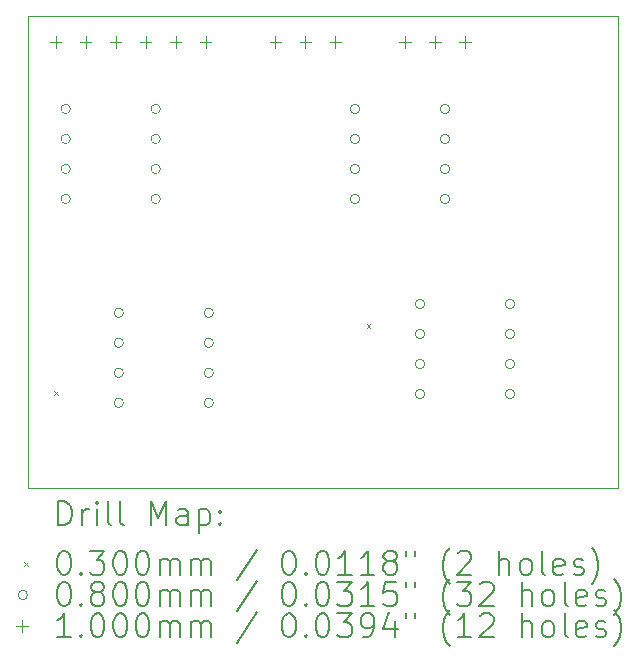
<source format=gbr>
%TF.GenerationSoftware,KiCad,Pcbnew,8.0.6*%
%TF.CreationDate,2024-11-22T18:40:11+01:00*%
%TF.ProjectId,+-10v dac,2b2d3130-7620-4646-9163-2e6b69636164,rev?*%
%TF.SameCoordinates,Original*%
%TF.FileFunction,Drillmap*%
%TF.FilePolarity,Positive*%
%FSLAX45Y45*%
G04 Gerber Fmt 4.5, Leading zero omitted, Abs format (unit mm)*
G04 Created by KiCad (PCBNEW 8.0.6) date 2024-11-22 18:40:11*
%MOMM*%
%LPD*%
G01*
G04 APERTURE LIST*
%ADD10C,0.050000*%
%ADD11C,0.200000*%
%ADD12C,0.100000*%
G04 APERTURE END LIST*
D10*
X10350000Y-6979000D02*
X15350000Y-6979000D01*
X15350000Y-10979000D01*
X10350000Y-10979000D01*
X10350000Y-6979000D01*
D11*
D12*
X10574680Y-10160490D02*
X10604680Y-10190490D01*
X10604680Y-10160490D02*
X10574680Y-10190490D01*
X13217980Y-9594080D02*
X13247980Y-9624080D01*
X13247980Y-9594080D02*
X13217980Y-9624080D01*
X10710000Y-7770000D02*
G75*
G02*
X10630000Y-7770000I-40000J0D01*
G01*
X10630000Y-7770000D02*
G75*
G02*
X10710000Y-7770000I40000J0D01*
G01*
X10710000Y-8024000D02*
G75*
G02*
X10630000Y-8024000I-40000J0D01*
G01*
X10630000Y-8024000D02*
G75*
G02*
X10710000Y-8024000I40000J0D01*
G01*
X10710000Y-8278000D02*
G75*
G02*
X10630000Y-8278000I-40000J0D01*
G01*
X10630000Y-8278000D02*
G75*
G02*
X10710000Y-8278000I40000J0D01*
G01*
X10710000Y-8532000D02*
G75*
G02*
X10630000Y-8532000I-40000J0D01*
G01*
X10630000Y-8532000D02*
G75*
G02*
X10710000Y-8532000I40000J0D01*
G01*
X11160000Y-9496000D02*
G75*
G02*
X11080000Y-9496000I-40000J0D01*
G01*
X11080000Y-9496000D02*
G75*
G02*
X11160000Y-9496000I40000J0D01*
G01*
X11160000Y-9750000D02*
G75*
G02*
X11080000Y-9750000I-40000J0D01*
G01*
X11080000Y-9750000D02*
G75*
G02*
X11160000Y-9750000I40000J0D01*
G01*
X11160000Y-10004000D02*
G75*
G02*
X11080000Y-10004000I-40000J0D01*
G01*
X11080000Y-10004000D02*
G75*
G02*
X11160000Y-10004000I40000J0D01*
G01*
X11160000Y-10258000D02*
G75*
G02*
X11080000Y-10258000I-40000J0D01*
G01*
X11080000Y-10258000D02*
G75*
G02*
X11160000Y-10258000I40000J0D01*
G01*
X11472000Y-7770000D02*
G75*
G02*
X11392000Y-7770000I-40000J0D01*
G01*
X11392000Y-7770000D02*
G75*
G02*
X11472000Y-7770000I40000J0D01*
G01*
X11472000Y-8024000D02*
G75*
G02*
X11392000Y-8024000I-40000J0D01*
G01*
X11392000Y-8024000D02*
G75*
G02*
X11472000Y-8024000I40000J0D01*
G01*
X11472000Y-8278000D02*
G75*
G02*
X11392000Y-8278000I-40000J0D01*
G01*
X11392000Y-8278000D02*
G75*
G02*
X11472000Y-8278000I40000J0D01*
G01*
X11472000Y-8532000D02*
G75*
G02*
X11392000Y-8532000I-40000J0D01*
G01*
X11392000Y-8532000D02*
G75*
G02*
X11472000Y-8532000I40000J0D01*
G01*
X11922000Y-9496000D02*
G75*
G02*
X11842000Y-9496000I-40000J0D01*
G01*
X11842000Y-9496000D02*
G75*
G02*
X11922000Y-9496000I40000J0D01*
G01*
X11922000Y-9750000D02*
G75*
G02*
X11842000Y-9750000I-40000J0D01*
G01*
X11842000Y-9750000D02*
G75*
G02*
X11922000Y-9750000I40000J0D01*
G01*
X11922000Y-10004000D02*
G75*
G02*
X11842000Y-10004000I-40000J0D01*
G01*
X11842000Y-10004000D02*
G75*
G02*
X11922000Y-10004000I40000J0D01*
G01*
X11922000Y-10258000D02*
G75*
G02*
X11842000Y-10258000I-40000J0D01*
G01*
X11842000Y-10258000D02*
G75*
G02*
X11922000Y-10258000I40000J0D01*
G01*
X13160000Y-7770000D02*
G75*
G02*
X13080000Y-7770000I-40000J0D01*
G01*
X13080000Y-7770000D02*
G75*
G02*
X13160000Y-7770000I40000J0D01*
G01*
X13160000Y-8024000D02*
G75*
G02*
X13080000Y-8024000I-40000J0D01*
G01*
X13080000Y-8024000D02*
G75*
G02*
X13160000Y-8024000I40000J0D01*
G01*
X13160000Y-8278000D02*
G75*
G02*
X13080000Y-8278000I-40000J0D01*
G01*
X13080000Y-8278000D02*
G75*
G02*
X13160000Y-8278000I40000J0D01*
G01*
X13160000Y-8532000D02*
G75*
G02*
X13080000Y-8532000I-40000J0D01*
G01*
X13080000Y-8532000D02*
G75*
G02*
X13160000Y-8532000I40000J0D01*
G01*
X13710000Y-9420000D02*
G75*
G02*
X13630000Y-9420000I-40000J0D01*
G01*
X13630000Y-9420000D02*
G75*
G02*
X13710000Y-9420000I40000J0D01*
G01*
X13710000Y-9674000D02*
G75*
G02*
X13630000Y-9674000I-40000J0D01*
G01*
X13630000Y-9674000D02*
G75*
G02*
X13710000Y-9674000I40000J0D01*
G01*
X13710000Y-9928000D02*
G75*
G02*
X13630000Y-9928000I-40000J0D01*
G01*
X13630000Y-9928000D02*
G75*
G02*
X13710000Y-9928000I40000J0D01*
G01*
X13710000Y-10182000D02*
G75*
G02*
X13630000Y-10182000I-40000J0D01*
G01*
X13630000Y-10182000D02*
G75*
G02*
X13710000Y-10182000I40000J0D01*
G01*
X13922000Y-7770000D02*
G75*
G02*
X13842000Y-7770000I-40000J0D01*
G01*
X13842000Y-7770000D02*
G75*
G02*
X13922000Y-7770000I40000J0D01*
G01*
X13922000Y-8024000D02*
G75*
G02*
X13842000Y-8024000I-40000J0D01*
G01*
X13842000Y-8024000D02*
G75*
G02*
X13922000Y-8024000I40000J0D01*
G01*
X13922000Y-8278000D02*
G75*
G02*
X13842000Y-8278000I-40000J0D01*
G01*
X13842000Y-8278000D02*
G75*
G02*
X13922000Y-8278000I40000J0D01*
G01*
X13922000Y-8532000D02*
G75*
G02*
X13842000Y-8532000I-40000J0D01*
G01*
X13842000Y-8532000D02*
G75*
G02*
X13922000Y-8532000I40000J0D01*
G01*
X14472000Y-9420000D02*
G75*
G02*
X14392000Y-9420000I-40000J0D01*
G01*
X14392000Y-9420000D02*
G75*
G02*
X14472000Y-9420000I40000J0D01*
G01*
X14472000Y-9674000D02*
G75*
G02*
X14392000Y-9674000I-40000J0D01*
G01*
X14392000Y-9674000D02*
G75*
G02*
X14472000Y-9674000I40000J0D01*
G01*
X14472000Y-9928000D02*
G75*
G02*
X14392000Y-9928000I-40000J0D01*
G01*
X14392000Y-9928000D02*
G75*
G02*
X14472000Y-9928000I40000J0D01*
G01*
X14472000Y-10182000D02*
G75*
G02*
X14392000Y-10182000I-40000J0D01*
G01*
X14392000Y-10182000D02*
G75*
G02*
X14472000Y-10182000I40000J0D01*
G01*
X10584000Y-7150000D02*
X10584000Y-7250000D01*
X10534000Y-7200000D02*
X10634000Y-7200000D01*
X10838000Y-7150000D02*
X10838000Y-7250000D01*
X10788000Y-7200000D02*
X10888000Y-7200000D01*
X11092000Y-7150000D02*
X11092000Y-7250000D01*
X11042000Y-7200000D02*
X11142000Y-7200000D01*
X11346000Y-7150000D02*
X11346000Y-7250000D01*
X11296000Y-7200000D02*
X11396000Y-7200000D01*
X11600000Y-7150000D02*
X11600000Y-7250000D01*
X11550000Y-7200000D02*
X11650000Y-7200000D01*
X11854000Y-7150000D02*
X11854000Y-7250000D01*
X11804000Y-7200000D02*
X11904000Y-7200000D01*
X12446000Y-7150000D02*
X12446000Y-7250000D01*
X12396000Y-7200000D02*
X12496000Y-7200000D01*
X12700000Y-7150000D02*
X12700000Y-7250000D01*
X12650000Y-7200000D02*
X12750000Y-7200000D01*
X12954000Y-7150000D02*
X12954000Y-7250000D01*
X12904000Y-7200000D02*
X13004000Y-7200000D01*
X13542000Y-7150000D02*
X13542000Y-7250000D01*
X13492000Y-7200000D02*
X13592000Y-7200000D01*
X13796000Y-7150000D02*
X13796000Y-7250000D01*
X13746000Y-7200000D02*
X13846000Y-7200000D01*
X14050000Y-7150000D02*
X14050000Y-7250000D01*
X14000000Y-7200000D02*
X14100000Y-7200000D01*
D11*
X10608277Y-11292984D02*
X10608277Y-11092984D01*
X10608277Y-11092984D02*
X10655896Y-11092984D01*
X10655896Y-11092984D02*
X10684467Y-11102508D01*
X10684467Y-11102508D02*
X10703515Y-11121555D01*
X10703515Y-11121555D02*
X10713039Y-11140603D01*
X10713039Y-11140603D02*
X10722563Y-11178698D01*
X10722563Y-11178698D02*
X10722563Y-11207269D01*
X10722563Y-11207269D02*
X10713039Y-11245365D01*
X10713039Y-11245365D02*
X10703515Y-11264412D01*
X10703515Y-11264412D02*
X10684467Y-11283460D01*
X10684467Y-11283460D02*
X10655896Y-11292984D01*
X10655896Y-11292984D02*
X10608277Y-11292984D01*
X10808277Y-11292984D02*
X10808277Y-11159650D01*
X10808277Y-11197746D02*
X10817801Y-11178698D01*
X10817801Y-11178698D02*
X10827324Y-11169174D01*
X10827324Y-11169174D02*
X10846372Y-11159650D01*
X10846372Y-11159650D02*
X10865420Y-11159650D01*
X10932086Y-11292984D02*
X10932086Y-11159650D01*
X10932086Y-11092984D02*
X10922563Y-11102508D01*
X10922563Y-11102508D02*
X10932086Y-11112031D01*
X10932086Y-11112031D02*
X10941610Y-11102508D01*
X10941610Y-11102508D02*
X10932086Y-11092984D01*
X10932086Y-11092984D02*
X10932086Y-11112031D01*
X11055896Y-11292984D02*
X11036848Y-11283460D01*
X11036848Y-11283460D02*
X11027324Y-11264412D01*
X11027324Y-11264412D02*
X11027324Y-11092984D01*
X11160658Y-11292984D02*
X11141610Y-11283460D01*
X11141610Y-11283460D02*
X11132086Y-11264412D01*
X11132086Y-11264412D02*
X11132086Y-11092984D01*
X11389229Y-11292984D02*
X11389229Y-11092984D01*
X11389229Y-11092984D02*
X11455896Y-11235841D01*
X11455896Y-11235841D02*
X11522562Y-11092984D01*
X11522562Y-11092984D02*
X11522562Y-11292984D01*
X11703515Y-11292984D02*
X11703515Y-11188222D01*
X11703515Y-11188222D02*
X11693991Y-11169174D01*
X11693991Y-11169174D02*
X11674943Y-11159650D01*
X11674943Y-11159650D02*
X11636848Y-11159650D01*
X11636848Y-11159650D02*
X11617801Y-11169174D01*
X11703515Y-11283460D02*
X11684467Y-11292984D01*
X11684467Y-11292984D02*
X11636848Y-11292984D01*
X11636848Y-11292984D02*
X11617801Y-11283460D01*
X11617801Y-11283460D02*
X11608277Y-11264412D01*
X11608277Y-11264412D02*
X11608277Y-11245365D01*
X11608277Y-11245365D02*
X11617801Y-11226317D01*
X11617801Y-11226317D02*
X11636848Y-11216793D01*
X11636848Y-11216793D02*
X11684467Y-11216793D01*
X11684467Y-11216793D02*
X11703515Y-11207269D01*
X11798753Y-11159650D02*
X11798753Y-11359650D01*
X11798753Y-11169174D02*
X11817801Y-11159650D01*
X11817801Y-11159650D02*
X11855896Y-11159650D01*
X11855896Y-11159650D02*
X11874943Y-11169174D01*
X11874943Y-11169174D02*
X11884467Y-11178698D01*
X11884467Y-11178698D02*
X11893991Y-11197746D01*
X11893991Y-11197746D02*
X11893991Y-11254888D01*
X11893991Y-11254888D02*
X11884467Y-11273936D01*
X11884467Y-11273936D02*
X11874943Y-11283460D01*
X11874943Y-11283460D02*
X11855896Y-11292984D01*
X11855896Y-11292984D02*
X11817801Y-11292984D01*
X11817801Y-11292984D02*
X11798753Y-11283460D01*
X11979705Y-11273936D02*
X11989229Y-11283460D01*
X11989229Y-11283460D02*
X11979705Y-11292984D01*
X11979705Y-11292984D02*
X11970182Y-11283460D01*
X11970182Y-11283460D02*
X11979705Y-11273936D01*
X11979705Y-11273936D02*
X11979705Y-11292984D01*
X11979705Y-11169174D02*
X11989229Y-11178698D01*
X11989229Y-11178698D02*
X11979705Y-11188222D01*
X11979705Y-11188222D02*
X11970182Y-11178698D01*
X11970182Y-11178698D02*
X11979705Y-11169174D01*
X11979705Y-11169174D02*
X11979705Y-11188222D01*
D12*
X10317500Y-11606500D02*
X10347500Y-11636500D01*
X10347500Y-11606500D02*
X10317500Y-11636500D01*
D11*
X10646372Y-11512984D02*
X10665420Y-11512984D01*
X10665420Y-11512984D02*
X10684467Y-11522508D01*
X10684467Y-11522508D02*
X10693991Y-11532031D01*
X10693991Y-11532031D02*
X10703515Y-11551079D01*
X10703515Y-11551079D02*
X10713039Y-11589174D01*
X10713039Y-11589174D02*
X10713039Y-11636793D01*
X10713039Y-11636793D02*
X10703515Y-11674888D01*
X10703515Y-11674888D02*
X10693991Y-11693936D01*
X10693991Y-11693936D02*
X10684467Y-11703460D01*
X10684467Y-11703460D02*
X10665420Y-11712984D01*
X10665420Y-11712984D02*
X10646372Y-11712984D01*
X10646372Y-11712984D02*
X10627324Y-11703460D01*
X10627324Y-11703460D02*
X10617801Y-11693936D01*
X10617801Y-11693936D02*
X10608277Y-11674888D01*
X10608277Y-11674888D02*
X10598753Y-11636793D01*
X10598753Y-11636793D02*
X10598753Y-11589174D01*
X10598753Y-11589174D02*
X10608277Y-11551079D01*
X10608277Y-11551079D02*
X10617801Y-11532031D01*
X10617801Y-11532031D02*
X10627324Y-11522508D01*
X10627324Y-11522508D02*
X10646372Y-11512984D01*
X10798753Y-11693936D02*
X10808277Y-11703460D01*
X10808277Y-11703460D02*
X10798753Y-11712984D01*
X10798753Y-11712984D02*
X10789229Y-11703460D01*
X10789229Y-11703460D02*
X10798753Y-11693936D01*
X10798753Y-11693936D02*
X10798753Y-11712984D01*
X10874944Y-11512984D02*
X10998753Y-11512984D01*
X10998753Y-11512984D02*
X10932086Y-11589174D01*
X10932086Y-11589174D02*
X10960658Y-11589174D01*
X10960658Y-11589174D02*
X10979705Y-11598698D01*
X10979705Y-11598698D02*
X10989229Y-11608222D01*
X10989229Y-11608222D02*
X10998753Y-11627269D01*
X10998753Y-11627269D02*
X10998753Y-11674888D01*
X10998753Y-11674888D02*
X10989229Y-11693936D01*
X10989229Y-11693936D02*
X10979705Y-11703460D01*
X10979705Y-11703460D02*
X10960658Y-11712984D01*
X10960658Y-11712984D02*
X10903515Y-11712984D01*
X10903515Y-11712984D02*
X10884467Y-11703460D01*
X10884467Y-11703460D02*
X10874944Y-11693936D01*
X11122563Y-11512984D02*
X11141610Y-11512984D01*
X11141610Y-11512984D02*
X11160658Y-11522508D01*
X11160658Y-11522508D02*
X11170182Y-11532031D01*
X11170182Y-11532031D02*
X11179705Y-11551079D01*
X11179705Y-11551079D02*
X11189229Y-11589174D01*
X11189229Y-11589174D02*
X11189229Y-11636793D01*
X11189229Y-11636793D02*
X11179705Y-11674888D01*
X11179705Y-11674888D02*
X11170182Y-11693936D01*
X11170182Y-11693936D02*
X11160658Y-11703460D01*
X11160658Y-11703460D02*
X11141610Y-11712984D01*
X11141610Y-11712984D02*
X11122563Y-11712984D01*
X11122563Y-11712984D02*
X11103515Y-11703460D01*
X11103515Y-11703460D02*
X11093991Y-11693936D01*
X11093991Y-11693936D02*
X11084467Y-11674888D01*
X11084467Y-11674888D02*
X11074944Y-11636793D01*
X11074944Y-11636793D02*
X11074944Y-11589174D01*
X11074944Y-11589174D02*
X11084467Y-11551079D01*
X11084467Y-11551079D02*
X11093991Y-11532031D01*
X11093991Y-11532031D02*
X11103515Y-11522508D01*
X11103515Y-11522508D02*
X11122563Y-11512984D01*
X11313039Y-11512984D02*
X11332086Y-11512984D01*
X11332086Y-11512984D02*
X11351134Y-11522508D01*
X11351134Y-11522508D02*
X11360658Y-11532031D01*
X11360658Y-11532031D02*
X11370182Y-11551079D01*
X11370182Y-11551079D02*
X11379705Y-11589174D01*
X11379705Y-11589174D02*
X11379705Y-11636793D01*
X11379705Y-11636793D02*
X11370182Y-11674888D01*
X11370182Y-11674888D02*
X11360658Y-11693936D01*
X11360658Y-11693936D02*
X11351134Y-11703460D01*
X11351134Y-11703460D02*
X11332086Y-11712984D01*
X11332086Y-11712984D02*
X11313039Y-11712984D01*
X11313039Y-11712984D02*
X11293991Y-11703460D01*
X11293991Y-11703460D02*
X11284467Y-11693936D01*
X11284467Y-11693936D02*
X11274943Y-11674888D01*
X11274943Y-11674888D02*
X11265420Y-11636793D01*
X11265420Y-11636793D02*
X11265420Y-11589174D01*
X11265420Y-11589174D02*
X11274943Y-11551079D01*
X11274943Y-11551079D02*
X11284467Y-11532031D01*
X11284467Y-11532031D02*
X11293991Y-11522508D01*
X11293991Y-11522508D02*
X11313039Y-11512984D01*
X11465420Y-11712984D02*
X11465420Y-11579650D01*
X11465420Y-11598698D02*
X11474943Y-11589174D01*
X11474943Y-11589174D02*
X11493991Y-11579650D01*
X11493991Y-11579650D02*
X11522563Y-11579650D01*
X11522563Y-11579650D02*
X11541610Y-11589174D01*
X11541610Y-11589174D02*
X11551134Y-11608222D01*
X11551134Y-11608222D02*
X11551134Y-11712984D01*
X11551134Y-11608222D02*
X11560658Y-11589174D01*
X11560658Y-11589174D02*
X11579705Y-11579650D01*
X11579705Y-11579650D02*
X11608277Y-11579650D01*
X11608277Y-11579650D02*
X11627324Y-11589174D01*
X11627324Y-11589174D02*
X11636848Y-11608222D01*
X11636848Y-11608222D02*
X11636848Y-11712984D01*
X11732086Y-11712984D02*
X11732086Y-11579650D01*
X11732086Y-11598698D02*
X11741610Y-11589174D01*
X11741610Y-11589174D02*
X11760658Y-11579650D01*
X11760658Y-11579650D02*
X11789229Y-11579650D01*
X11789229Y-11579650D02*
X11808277Y-11589174D01*
X11808277Y-11589174D02*
X11817801Y-11608222D01*
X11817801Y-11608222D02*
X11817801Y-11712984D01*
X11817801Y-11608222D02*
X11827324Y-11589174D01*
X11827324Y-11589174D02*
X11846372Y-11579650D01*
X11846372Y-11579650D02*
X11874943Y-11579650D01*
X11874943Y-11579650D02*
X11893991Y-11589174D01*
X11893991Y-11589174D02*
X11903515Y-11608222D01*
X11903515Y-11608222D02*
X11903515Y-11712984D01*
X12293991Y-11503460D02*
X12122563Y-11760603D01*
X12551134Y-11512984D02*
X12570182Y-11512984D01*
X12570182Y-11512984D02*
X12589229Y-11522508D01*
X12589229Y-11522508D02*
X12598753Y-11532031D01*
X12598753Y-11532031D02*
X12608277Y-11551079D01*
X12608277Y-11551079D02*
X12617801Y-11589174D01*
X12617801Y-11589174D02*
X12617801Y-11636793D01*
X12617801Y-11636793D02*
X12608277Y-11674888D01*
X12608277Y-11674888D02*
X12598753Y-11693936D01*
X12598753Y-11693936D02*
X12589229Y-11703460D01*
X12589229Y-11703460D02*
X12570182Y-11712984D01*
X12570182Y-11712984D02*
X12551134Y-11712984D01*
X12551134Y-11712984D02*
X12532086Y-11703460D01*
X12532086Y-11703460D02*
X12522563Y-11693936D01*
X12522563Y-11693936D02*
X12513039Y-11674888D01*
X12513039Y-11674888D02*
X12503515Y-11636793D01*
X12503515Y-11636793D02*
X12503515Y-11589174D01*
X12503515Y-11589174D02*
X12513039Y-11551079D01*
X12513039Y-11551079D02*
X12522563Y-11532031D01*
X12522563Y-11532031D02*
X12532086Y-11522508D01*
X12532086Y-11522508D02*
X12551134Y-11512984D01*
X12703515Y-11693936D02*
X12713039Y-11703460D01*
X12713039Y-11703460D02*
X12703515Y-11712984D01*
X12703515Y-11712984D02*
X12693991Y-11703460D01*
X12693991Y-11703460D02*
X12703515Y-11693936D01*
X12703515Y-11693936D02*
X12703515Y-11712984D01*
X12836848Y-11512984D02*
X12855896Y-11512984D01*
X12855896Y-11512984D02*
X12874944Y-11522508D01*
X12874944Y-11522508D02*
X12884467Y-11532031D01*
X12884467Y-11532031D02*
X12893991Y-11551079D01*
X12893991Y-11551079D02*
X12903515Y-11589174D01*
X12903515Y-11589174D02*
X12903515Y-11636793D01*
X12903515Y-11636793D02*
X12893991Y-11674888D01*
X12893991Y-11674888D02*
X12884467Y-11693936D01*
X12884467Y-11693936D02*
X12874944Y-11703460D01*
X12874944Y-11703460D02*
X12855896Y-11712984D01*
X12855896Y-11712984D02*
X12836848Y-11712984D01*
X12836848Y-11712984D02*
X12817801Y-11703460D01*
X12817801Y-11703460D02*
X12808277Y-11693936D01*
X12808277Y-11693936D02*
X12798753Y-11674888D01*
X12798753Y-11674888D02*
X12789229Y-11636793D01*
X12789229Y-11636793D02*
X12789229Y-11589174D01*
X12789229Y-11589174D02*
X12798753Y-11551079D01*
X12798753Y-11551079D02*
X12808277Y-11532031D01*
X12808277Y-11532031D02*
X12817801Y-11522508D01*
X12817801Y-11522508D02*
X12836848Y-11512984D01*
X13093991Y-11712984D02*
X12979706Y-11712984D01*
X13036848Y-11712984D02*
X13036848Y-11512984D01*
X13036848Y-11512984D02*
X13017801Y-11541555D01*
X13017801Y-11541555D02*
X12998753Y-11560603D01*
X12998753Y-11560603D02*
X12979706Y-11570127D01*
X13284467Y-11712984D02*
X13170182Y-11712984D01*
X13227325Y-11712984D02*
X13227325Y-11512984D01*
X13227325Y-11512984D02*
X13208277Y-11541555D01*
X13208277Y-11541555D02*
X13189229Y-11560603D01*
X13189229Y-11560603D02*
X13170182Y-11570127D01*
X13398753Y-11598698D02*
X13379706Y-11589174D01*
X13379706Y-11589174D02*
X13370182Y-11579650D01*
X13370182Y-11579650D02*
X13360658Y-11560603D01*
X13360658Y-11560603D02*
X13360658Y-11551079D01*
X13360658Y-11551079D02*
X13370182Y-11532031D01*
X13370182Y-11532031D02*
X13379706Y-11522508D01*
X13379706Y-11522508D02*
X13398753Y-11512984D01*
X13398753Y-11512984D02*
X13436848Y-11512984D01*
X13436848Y-11512984D02*
X13455896Y-11522508D01*
X13455896Y-11522508D02*
X13465420Y-11532031D01*
X13465420Y-11532031D02*
X13474944Y-11551079D01*
X13474944Y-11551079D02*
X13474944Y-11560603D01*
X13474944Y-11560603D02*
X13465420Y-11579650D01*
X13465420Y-11579650D02*
X13455896Y-11589174D01*
X13455896Y-11589174D02*
X13436848Y-11598698D01*
X13436848Y-11598698D02*
X13398753Y-11598698D01*
X13398753Y-11598698D02*
X13379706Y-11608222D01*
X13379706Y-11608222D02*
X13370182Y-11617746D01*
X13370182Y-11617746D02*
X13360658Y-11636793D01*
X13360658Y-11636793D02*
X13360658Y-11674888D01*
X13360658Y-11674888D02*
X13370182Y-11693936D01*
X13370182Y-11693936D02*
X13379706Y-11703460D01*
X13379706Y-11703460D02*
X13398753Y-11712984D01*
X13398753Y-11712984D02*
X13436848Y-11712984D01*
X13436848Y-11712984D02*
X13455896Y-11703460D01*
X13455896Y-11703460D02*
X13465420Y-11693936D01*
X13465420Y-11693936D02*
X13474944Y-11674888D01*
X13474944Y-11674888D02*
X13474944Y-11636793D01*
X13474944Y-11636793D02*
X13465420Y-11617746D01*
X13465420Y-11617746D02*
X13455896Y-11608222D01*
X13455896Y-11608222D02*
X13436848Y-11598698D01*
X13551134Y-11512984D02*
X13551134Y-11551079D01*
X13627325Y-11512984D02*
X13627325Y-11551079D01*
X13922563Y-11789174D02*
X13913039Y-11779650D01*
X13913039Y-11779650D02*
X13893991Y-11751079D01*
X13893991Y-11751079D02*
X13884468Y-11732031D01*
X13884468Y-11732031D02*
X13874944Y-11703460D01*
X13874944Y-11703460D02*
X13865420Y-11655841D01*
X13865420Y-11655841D02*
X13865420Y-11617746D01*
X13865420Y-11617746D02*
X13874944Y-11570127D01*
X13874944Y-11570127D02*
X13884468Y-11541555D01*
X13884468Y-11541555D02*
X13893991Y-11522508D01*
X13893991Y-11522508D02*
X13913039Y-11493936D01*
X13913039Y-11493936D02*
X13922563Y-11484412D01*
X13989229Y-11532031D02*
X13998753Y-11522508D01*
X13998753Y-11522508D02*
X14017801Y-11512984D01*
X14017801Y-11512984D02*
X14065420Y-11512984D01*
X14065420Y-11512984D02*
X14084468Y-11522508D01*
X14084468Y-11522508D02*
X14093991Y-11532031D01*
X14093991Y-11532031D02*
X14103515Y-11551079D01*
X14103515Y-11551079D02*
X14103515Y-11570127D01*
X14103515Y-11570127D02*
X14093991Y-11598698D01*
X14093991Y-11598698D02*
X13979706Y-11712984D01*
X13979706Y-11712984D02*
X14103515Y-11712984D01*
X14341610Y-11712984D02*
X14341610Y-11512984D01*
X14427325Y-11712984D02*
X14427325Y-11608222D01*
X14427325Y-11608222D02*
X14417801Y-11589174D01*
X14417801Y-11589174D02*
X14398753Y-11579650D01*
X14398753Y-11579650D02*
X14370182Y-11579650D01*
X14370182Y-11579650D02*
X14351134Y-11589174D01*
X14351134Y-11589174D02*
X14341610Y-11598698D01*
X14551134Y-11712984D02*
X14532087Y-11703460D01*
X14532087Y-11703460D02*
X14522563Y-11693936D01*
X14522563Y-11693936D02*
X14513039Y-11674888D01*
X14513039Y-11674888D02*
X14513039Y-11617746D01*
X14513039Y-11617746D02*
X14522563Y-11598698D01*
X14522563Y-11598698D02*
X14532087Y-11589174D01*
X14532087Y-11589174D02*
X14551134Y-11579650D01*
X14551134Y-11579650D02*
X14579706Y-11579650D01*
X14579706Y-11579650D02*
X14598753Y-11589174D01*
X14598753Y-11589174D02*
X14608277Y-11598698D01*
X14608277Y-11598698D02*
X14617801Y-11617746D01*
X14617801Y-11617746D02*
X14617801Y-11674888D01*
X14617801Y-11674888D02*
X14608277Y-11693936D01*
X14608277Y-11693936D02*
X14598753Y-11703460D01*
X14598753Y-11703460D02*
X14579706Y-11712984D01*
X14579706Y-11712984D02*
X14551134Y-11712984D01*
X14732087Y-11712984D02*
X14713039Y-11703460D01*
X14713039Y-11703460D02*
X14703515Y-11684412D01*
X14703515Y-11684412D02*
X14703515Y-11512984D01*
X14884468Y-11703460D02*
X14865420Y-11712984D01*
X14865420Y-11712984D02*
X14827325Y-11712984D01*
X14827325Y-11712984D02*
X14808277Y-11703460D01*
X14808277Y-11703460D02*
X14798753Y-11684412D01*
X14798753Y-11684412D02*
X14798753Y-11608222D01*
X14798753Y-11608222D02*
X14808277Y-11589174D01*
X14808277Y-11589174D02*
X14827325Y-11579650D01*
X14827325Y-11579650D02*
X14865420Y-11579650D01*
X14865420Y-11579650D02*
X14884468Y-11589174D01*
X14884468Y-11589174D02*
X14893991Y-11608222D01*
X14893991Y-11608222D02*
X14893991Y-11627269D01*
X14893991Y-11627269D02*
X14798753Y-11646317D01*
X14970182Y-11703460D02*
X14989230Y-11712984D01*
X14989230Y-11712984D02*
X15027325Y-11712984D01*
X15027325Y-11712984D02*
X15046372Y-11703460D01*
X15046372Y-11703460D02*
X15055896Y-11684412D01*
X15055896Y-11684412D02*
X15055896Y-11674888D01*
X15055896Y-11674888D02*
X15046372Y-11655841D01*
X15046372Y-11655841D02*
X15027325Y-11646317D01*
X15027325Y-11646317D02*
X14998753Y-11646317D01*
X14998753Y-11646317D02*
X14979706Y-11636793D01*
X14979706Y-11636793D02*
X14970182Y-11617746D01*
X14970182Y-11617746D02*
X14970182Y-11608222D01*
X14970182Y-11608222D02*
X14979706Y-11589174D01*
X14979706Y-11589174D02*
X14998753Y-11579650D01*
X14998753Y-11579650D02*
X15027325Y-11579650D01*
X15027325Y-11579650D02*
X15046372Y-11589174D01*
X15122563Y-11789174D02*
X15132087Y-11779650D01*
X15132087Y-11779650D02*
X15151134Y-11751079D01*
X15151134Y-11751079D02*
X15160658Y-11732031D01*
X15160658Y-11732031D02*
X15170182Y-11703460D01*
X15170182Y-11703460D02*
X15179706Y-11655841D01*
X15179706Y-11655841D02*
X15179706Y-11617746D01*
X15179706Y-11617746D02*
X15170182Y-11570127D01*
X15170182Y-11570127D02*
X15160658Y-11541555D01*
X15160658Y-11541555D02*
X15151134Y-11522508D01*
X15151134Y-11522508D02*
X15132087Y-11493936D01*
X15132087Y-11493936D02*
X15122563Y-11484412D01*
D12*
X10347500Y-11885500D02*
G75*
G02*
X10267500Y-11885500I-40000J0D01*
G01*
X10267500Y-11885500D02*
G75*
G02*
X10347500Y-11885500I40000J0D01*
G01*
D11*
X10646372Y-11776984D02*
X10665420Y-11776984D01*
X10665420Y-11776984D02*
X10684467Y-11786508D01*
X10684467Y-11786508D02*
X10693991Y-11796031D01*
X10693991Y-11796031D02*
X10703515Y-11815079D01*
X10703515Y-11815079D02*
X10713039Y-11853174D01*
X10713039Y-11853174D02*
X10713039Y-11900793D01*
X10713039Y-11900793D02*
X10703515Y-11938888D01*
X10703515Y-11938888D02*
X10693991Y-11957936D01*
X10693991Y-11957936D02*
X10684467Y-11967460D01*
X10684467Y-11967460D02*
X10665420Y-11976984D01*
X10665420Y-11976984D02*
X10646372Y-11976984D01*
X10646372Y-11976984D02*
X10627324Y-11967460D01*
X10627324Y-11967460D02*
X10617801Y-11957936D01*
X10617801Y-11957936D02*
X10608277Y-11938888D01*
X10608277Y-11938888D02*
X10598753Y-11900793D01*
X10598753Y-11900793D02*
X10598753Y-11853174D01*
X10598753Y-11853174D02*
X10608277Y-11815079D01*
X10608277Y-11815079D02*
X10617801Y-11796031D01*
X10617801Y-11796031D02*
X10627324Y-11786508D01*
X10627324Y-11786508D02*
X10646372Y-11776984D01*
X10798753Y-11957936D02*
X10808277Y-11967460D01*
X10808277Y-11967460D02*
X10798753Y-11976984D01*
X10798753Y-11976984D02*
X10789229Y-11967460D01*
X10789229Y-11967460D02*
X10798753Y-11957936D01*
X10798753Y-11957936D02*
X10798753Y-11976984D01*
X10922563Y-11862698D02*
X10903515Y-11853174D01*
X10903515Y-11853174D02*
X10893991Y-11843650D01*
X10893991Y-11843650D02*
X10884467Y-11824603D01*
X10884467Y-11824603D02*
X10884467Y-11815079D01*
X10884467Y-11815079D02*
X10893991Y-11796031D01*
X10893991Y-11796031D02*
X10903515Y-11786508D01*
X10903515Y-11786508D02*
X10922563Y-11776984D01*
X10922563Y-11776984D02*
X10960658Y-11776984D01*
X10960658Y-11776984D02*
X10979705Y-11786508D01*
X10979705Y-11786508D02*
X10989229Y-11796031D01*
X10989229Y-11796031D02*
X10998753Y-11815079D01*
X10998753Y-11815079D02*
X10998753Y-11824603D01*
X10998753Y-11824603D02*
X10989229Y-11843650D01*
X10989229Y-11843650D02*
X10979705Y-11853174D01*
X10979705Y-11853174D02*
X10960658Y-11862698D01*
X10960658Y-11862698D02*
X10922563Y-11862698D01*
X10922563Y-11862698D02*
X10903515Y-11872222D01*
X10903515Y-11872222D02*
X10893991Y-11881746D01*
X10893991Y-11881746D02*
X10884467Y-11900793D01*
X10884467Y-11900793D02*
X10884467Y-11938888D01*
X10884467Y-11938888D02*
X10893991Y-11957936D01*
X10893991Y-11957936D02*
X10903515Y-11967460D01*
X10903515Y-11967460D02*
X10922563Y-11976984D01*
X10922563Y-11976984D02*
X10960658Y-11976984D01*
X10960658Y-11976984D02*
X10979705Y-11967460D01*
X10979705Y-11967460D02*
X10989229Y-11957936D01*
X10989229Y-11957936D02*
X10998753Y-11938888D01*
X10998753Y-11938888D02*
X10998753Y-11900793D01*
X10998753Y-11900793D02*
X10989229Y-11881746D01*
X10989229Y-11881746D02*
X10979705Y-11872222D01*
X10979705Y-11872222D02*
X10960658Y-11862698D01*
X11122563Y-11776984D02*
X11141610Y-11776984D01*
X11141610Y-11776984D02*
X11160658Y-11786508D01*
X11160658Y-11786508D02*
X11170182Y-11796031D01*
X11170182Y-11796031D02*
X11179705Y-11815079D01*
X11179705Y-11815079D02*
X11189229Y-11853174D01*
X11189229Y-11853174D02*
X11189229Y-11900793D01*
X11189229Y-11900793D02*
X11179705Y-11938888D01*
X11179705Y-11938888D02*
X11170182Y-11957936D01*
X11170182Y-11957936D02*
X11160658Y-11967460D01*
X11160658Y-11967460D02*
X11141610Y-11976984D01*
X11141610Y-11976984D02*
X11122563Y-11976984D01*
X11122563Y-11976984D02*
X11103515Y-11967460D01*
X11103515Y-11967460D02*
X11093991Y-11957936D01*
X11093991Y-11957936D02*
X11084467Y-11938888D01*
X11084467Y-11938888D02*
X11074944Y-11900793D01*
X11074944Y-11900793D02*
X11074944Y-11853174D01*
X11074944Y-11853174D02*
X11084467Y-11815079D01*
X11084467Y-11815079D02*
X11093991Y-11796031D01*
X11093991Y-11796031D02*
X11103515Y-11786508D01*
X11103515Y-11786508D02*
X11122563Y-11776984D01*
X11313039Y-11776984D02*
X11332086Y-11776984D01*
X11332086Y-11776984D02*
X11351134Y-11786508D01*
X11351134Y-11786508D02*
X11360658Y-11796031D01*
X11360658Y-11796031D02*
X11370182Y-11815079D01*
X11370182Y-11815079D02*
X11379705Y-11853174D01*
X11379705Y-11853174D02*
X11379705Y-11900793D01*
X11379705Y-11900793D02*
X11370182Y-11938888D01*
X11370182Y-11938888D02*
X11360658Y-11957936D01*
X11360658Y-11957936D02*
X11351134Y-11967460D01*
X11351134Y-11967460D02*
X11332086Y-11976984D01*
X11332086Y-11976984D02*
X11313039Y-11976984D01*
X11313039Y-11976984D02*
X11293991Y-11967460D01*
X11293991Y-11967460D02*
X11284467Y-11957936D01*
X11284467Y-11957936D02*
X11274943Y-11938888D01*
X11274943Y-11938888D02*
X11265420Y-11900793D01*
X11265420Y-11900793D02*
X11265420Y-11853174D01*
X11265420Y-11853174D02*
X11274943Y-11815079D01*
X11274943Y-11815079D02*
X11284467Y-11796031D01*
X11284467Y-11796031D02*
X11293991Y-11786508D01*
X11293991Y-11786508D02*
X11313039Y-11776984D01*
X11465420Y-11976984D02*
X11465420Y-11843650D01*
X11465420Y-11862698D02*
X11474943Y-11853174D01*
X11474943Y-11853174D02*
X11493991Y-11843650D01*
X11493991Y-11843650D02*
X11522563Y-11843650D01*
X11522563Y-11843650D02*
X11541610Y-11853174D01*
X11541610Y-11853174D02*
X11551134Y-11872222D01*
X11551134Y-11872222D02*
X11551134Y-11976984D01*
X11551134Y-11872222D02*
X11560658Y-11853174D01*
X11560658Y-11853174D02*
X11579705Y-11843650D01*
X11579705Y-11843650D02*
X11608277Y-11843650D01*
X11608277Y-11843650D02*
X11627324Y-11853174D01*
X11627324Y-11853174D02*
X11636848Y-11872222D01*
X11636848Y-11872222D02*
X11636848Y-11976984D01*
X11732086Y-11976984D02*
X11732086Y-11843650D01*
X11732086Y-11862698D02*
X11741610Y-11853174D01*
X11741610Y-11853174D02*
X11760658Y-11843650D01*
X11760658Y-11843650D02*
X11789229Y-11843650D01*
X11789229Y-11843650D02*
X11808277Y-11853174D01*
X11808277Y-11853174D02*
X11817801Y-11872222D01*
X11817801Y-11872222D02*
X11817801Y-11976984D01*
X11817801Y-11872222D02*
X11827324Y-11853174D01*
X11827324Y-11853174D02*
X11846372Y-11843650D01*
X11846372Y-11843650D02*
X11874943Y-11843650D01*
X11874943Y-11843650D02*
X11893991Y-11853174D01*
X11893991Y-11853174D02*
X11903515Y-11872222D01*
X11903515Y-11872222D02*
X11903515Y-11976984D01*
X12293991Y-11767460D02*
X12122563Y-12024603D01*
X12551134Y-11776984D02*
X12570182Y-11776984D01*
X12570182Y-11776984D02*
X12589229Y-11786508D01*
X12589229Y-11786508D02*
X12598753Y-11796031D01*
X12598753Y-11796031D02*
X12608277Y-11815079D01*
X12608277Y-11815079D02*
X12617801Y-11853174D01*
X12617801Y-11853174D02*
X12617801Y-11900793D01*
X12617801Y-11900793D02*
X12608277Y-11938888D01*
X12608277Y-11938888D02*
X12598753Y-11957936D01*
X12598753Y-11957936D02*
X12589229Y-11967460D01*
X12589229Y-11967460D02*
X12570182Y-11976984D01*
X12570182Y-11976984D02*
X12551134Y-11976984D01*
X12551134Y-11976984D02*
X12532086Y-11967460D01*
X12532086Y-11967460D02*
X12522563Y-11957936D01*
X12522563Y-11957936D02*
X12513039Y-11938888D01*
X12513039Y-11938888D02*
X12503515Y-11900793D01*
X12503515Y-11900793D02*
X12503515Y-11853174D01*
X12503515Y-11853174D02*
X12513039Y-11815079D01*
X12513039Y-11815079D02*
X12522563Y-11796031D01*
X12522563Y-11796031D02*
X12532086Y-11786508D01*
X12532086Y-11786508D02*
X12551134Y-11776984D01*
X12703515Y-11957936D02*
X12713039Y-11967460D01*
X12713039Y-11967460D02*
X12703515Y-11976984D01*
X12703515Y-11976984D02*
X12693991Y-11967460D01*
X12693991Y-11967460D02*
X12703515Y-11957936D01*
X12703515Y-11957936D02*
X12703515Y-11976984D01*
X12836848Y-11776984D02*
X12855896Y-11776984D01*
X12855896Y-11776984D02*
X12874944Y-11786508D01*
X12874944Y-11786508D02*
X12884467Y-11796031D01*
X12884467Y-11796031D02*
X12893991Y-11815079D01*
X12893991Y-11815079D02*
X12903515Y-11853174D01*
X12903515Y-11853174D02*
X12903515Y-11900793D01*
X12903515Y-11900793D02*
X12893991Y-11938888D01*
X12893991Y-11938888D02*
X12884467Y-11957936D01*
X12884467Y-11957936D02*
X12874944Y-11967460D01*
X12874944Y-11967460D02*
X12855896Y-11976984D01*
X12855896Y-11976984D02*
X12836848Y-11976984D01*
X12836848Y-11976984D02*
X12817801Y-11967460D01*
X12817801Y-11967460D02*
X12808277Y-11957936D01*
X12808277Y-11957936D02*
X12798753Y-11938888D01*
X12798753Y-11938888D02*
X12789229Y-11900793D01*
X12789229Y-11900793D02*
X12789229Y-11853174D01*
X12789229Y-11853174D02*
X12798753Y-11815079D01*
X12798753Y-11815079D02*
X12808277Y-11796031D01*
X12808277Y-11796031D02*
X12817801Y-11786508D01*
X12817801Y-11786508D02*
X12836848Y-11776984D01*
X12970182Y-11776984D02*
X13093991Y-11776984D01*
X13093991Y-11776984D02*
X13027325Y-11853174D01*
X13027325Y-11853174D02*
X13055896Y-11853174D01*
X13055896Y-11853174D02*
X13074944Y-11862698D01*
X13074944Y-11862698D02*
X13084467Y-11872222D01*
X13084467Y-11872222D02*
X13093991Y-11891269D01*
X13093991Y-11891269D02*
X13093991Y-11938888D01*
X13093991Y-11938888D02*
X13084467Y-11957936D01*
X13084467Y-11957936D02*
X13074944Y-11967460D01*
X13074944Y-11967460D02*
X13055896Y-11976984D01*
X13055896Y-11976984D02*
X12998753Y-11976984D01*
X12998753Y-11976984D02*
X12979706Y-11967460D01*
X12979706Y-11967460D02*
X12970182Y-11957936D01*
X13284467Y-11976984D02*
X13170182Y-11976984D01*
X13227325Y-11976984D02*
X13227325Y-11776984D01*
X13227325Y-11776984D02*
X13208277Y-11805555D01*
X13208277Y-11805555D02*
X13189229Y-11824603D01*
X13189229Y-11824603D02*
X13170182Y-11834127D01*
X13465420Y-11776984D02*
X13370182Y-11776984D01*
X13370182Y-11776984D02*
X13360658Y-11872222D01*
X13360658Y-11872222D02*
X13370182Y-11862698D01*
X13370182Y-11862698D02*
X13389229Y-11853174D01*
X13389229Y-11853174D02*
X13436848Y-11853174D01*
X13436848Y-11853174D02*
X13455896Y-11862698D01*
X13455896Y-11862698D02*
X13465420Y-11872222D01*
X13465420Y-11872222D02*
X13474944Y-11891269D01*
X13474944Y-11891269D02*
X13474944Y-11938888D01*
X13474944Y-11938888D02*
X13465420Y-11957936D01*
X13465420Y-11957936D02*
X13455896Y-11967460D01*
X13455896Y-11967460D02*
X13436848Y-11976984D01*
X13436848Y-11976984D02*
X13389229Y-11976984D01*
X13389229Y-11976984D02*
X13370182Y-11967460D01*
X13370182Y-11967460D02*
X13360658Y-11957936D01*
X13551134Y-11776984D02*
X13551134Y-11815079D01*
X13627325Y-11776984D02*
X13627325Y-11815079D01*
X13922563Y-12053174D02*
X13913039Y-12043650D01*
X13913039Y-12043650D02*
X13893991Y-12015079D01*
X13893991Y-12015079D02*
X13884468Y-11996031D01*
X13884468Y-11996031D02*
X13874944Y-11967460D01*
X13874944Y-11967460D02*
X13865420Y-11919841D01*
X13865420Y-11919841D02*
X13865420Y-11881746D01*
X13865420Y-11881746D02*
X13874944Y-11834127D01*
X13874944Y-11834127D02*
X13884468Y-11805555D01*
X13884468Y-11805555D02*
X13893991Y-11786508D01*
X13893991Y-11786508D02*
X13913039Y-11757936D01*
X13913039Y-11757936D02*
X13922563Y-11748412D01*
X13979706Y-11776984D02*
X14103515Y-11776984D01*
X14103515Y-11776984D02*
X14036848Y-11853174D01*
X14036848Y-11853174D02*
X14065420Y-11853174D01*
X14065420Y-11853174D02*
X14084468Y-11862698D01*
X14084468Y-11862698D02*
X14093991Y-11872222D01*
X14093991Y-11872222D02*
X14103515Y-11891269D01*
X14103515Y-11891269D02*
X14103515Y-11938888D01*
X14103515Y-11938888D02*
X14093991Y-11957936D01*
X14093991Y-11957936D02*
X14084468Y-11967460D01*
X14084468Y-11967460D02*
X14065420Y-11976984D01*
X14065420Y-11976984D02*
X14008277Y-11976984D01*
X14008277Y-11976984D02*
X13989229Y-11967460D01*
X13989229Y-11967460D02*
X13979706Y-11957936D01*
X14179706Y-11796031D02*
X14189229Y-11786508D01*
X14189229Y-11786508D02*
X14208277Y-11776984D01*
X14208277Y-11776984D02*
X14255896Y-11776984D01*
X14255896Y-11776984D02*
X14274944Y-11786508D01*
X14274944Y-11786508D02*
X14284468Y-11796031D01*
X14284468Y-11796031D02*
X14293991Y-11815079D01*
X14293991Y-11815079D02*
X14293991Y-11834127D01*
X14293991Y-11834127D02*
X14284468Y-11862698D01*
X14284468Y-11862698D02*
X14170182Y-11976984D01*
X14170182Y-11976984D02*
X14293991Y-11976984D01*
X14532087Y-11976984D02*
X14532087Y-11776984D01*
X14617801Y-11976984D02*
X14617801Y-11872222D01*
X14617801Y-11872222D02*
X14608277Y-11853174D01*
X14608277Y-11853174D02*
X14589230Y-11843650D01*
X14589230Y-11843650D02*
X14560658Y-11843650D01*
X14560658Y-11843650D02*
X14541610Y-11853174D01*
X14541610Y-11853174D02*
X14532087Y-11862698D01*
X14741610Y-11976984D02*
X14722563Y-11967460D01*
X14722563Y-11967460D02*
X14713039Y-11957936D01*
X14713039Y-11957936D02*
X14703515Y-11938888D01*
X14703515Y-11938888D02*
X14703515Y-11881746D01*
X14703515Y-11881746D02*
X14713039Y-11862698D01*
X14713039Y-11862698D02*
X14722563Y-11853174D01*
X14722563Y-11853174D02*
X14741610Y-11843650D01*
X14741610Y-11843650D02*
X14770182Y-11843650D01*
X14770182Y-11843650D02*
X14789230Y-11853174D01*
X14789230Y-11853174D02*
X14798753Y-11862698D01*
X14798753Y-11862698D02*
X14808277Y-11881746D01*
X14808277Y-11881746D02*
X14808277Y-11938888D01*
X14808277Y-11938888D02*
X14798753Y-11957936D01*
X14798753Y-11957936D02*
X14789230Y-11967460D01*
X14789230Y-11967460D02*
X14770182Y-11976984D01*
X14770182Y-11976984D02*
X14741610Y-11976984D01*
X14922563Y-11976984D02*
X14903515Y-11967460D01*
X14903515Y-11967460D02*
X14893991Y-11948412D01*
X14893991Y-11948412D02*
X14893991Y-11776984D01*
X15074944Y-11967460D02*
X15055896Y-11976984D01*
X15055896Y-11976984D02*
X15017801Y-11976984D01*
X15017801Y-11976984D02*
X14998753Y-11967460D01*
X14998753Y-11967460D02*
X14989230Y-11948412D01*
X14989230Y-11948412D02*
X14989230Y-11872222D01*
X14989230Y-11872222D02*
X14998753Y-11853174D01*
X14998753Y-11853174D02*
X15017801Y-11843650D01*
X15017801Y-11843650D02*
X15055896Y-11843650D01*
X15055896Y-11843650D02*
X15074944Y-11853174D01*
X15074944Y-11853174D02*
X15084468Y-11872222D01*
X15084468Y-11872222D02*
X15084468Y-11891269D01*
X15084468Y-11891269D02*
X14989230Y-11910317D01*
X15160658Y-11967460D02*
X15179706Y-11976984D01*
X15179706Y-11976984D02*
X15217801Y-11976984D01*
X15217801Y-11976984D02*
X15236849Y-11967460D01*
X15236849Y-11967460D02*
X15246372Y-11948412D01*
X15246372Y-11948412D02*
X15246372Y-11938888D01*
X15246372Y-11938888D02*
X15236849Y-11919841D01*
X15236849Y-11919841D02*
X15217801Y-11910317D01*
X15217801Y-11910317D02*
X15189230Y-11910317D01*
X15189230Y-11910317D02*
X15170182Y-11900793D01*
X15170182Y-11900793D02*
X15160658Y-11881746D01*
X15160658Y-11881746D02*
X15160658Y-11872222D01*
X15160658Y-11872222D02*
X15170182Y-11853174D01*
X15170182Y-11853174D02*
X15189230Y-11843650D01*
X15189230Y-11843650D02*
X15217801Y-11843650D01*
X15217801Y-11843650D02*
X15236849Y-11853174D01*
X15313039Y-12053174D02*
X15322563Y-12043650D01*
X15322563Y-12043650D02*
X15341611Y-12015079D01*
X15341611Y-12015079D02*
X15351134Y-11996031D01*
X15351134Y-11996031D02*
X15360658Y-11967460D01*
X15360658Y-11967460D02*
X15370182Y-11919841D01*
X15370182Y-11919841D02*
X15370182Y-11881746D01*
X15370182Y-11881746D02*
X15360658Y-11834127D01*
X15360658Y-11834127D02*
X15351134Y-11805555D01*
X15351134Y-11805555D02*
X15341611Y-11786508D01*
X15341611Y-11786508D02*
X15322563Y-11757936D01*
X15322563Y-11757936D02*
X15313039Y-11748412D01*
D12*
X10297500Y-12099500D02*
X10297500Y-12199500D01*
X10247500Y-12149500D02*
X10347500Y-12149500D01*
D11*
X10713039Y-12240984D02*
X10598753Y-12240984D01*
X10655896Y-12240984D02*
X10655896Y-12040984D01*
X10655896Y-12040984D02*
X10636848Y-12069555D01*
X10636848Y-12069555D02*
X10617801Y-12088603D01*
X10617801Y-12088603D02*
X10598753Y-12098127D01*
X10798753Y-12221936D02*
X10808277Y-12231460D01*
X10808277Y-12231460D02*
X10798753Y-12240984D01*
X10798753Y-12240984D02*
X10789229Y-12231460D01*
X10789229Y-12231460D02*
X10798753Y-12221936D01*
X10798753Y-12221936D02*
X10798753Y-12240984D01*
X10932086Y-12040984D02*
X10951134Y-12040984D01*
X10951134Y-12040984D02*
X10970182Y-12050508D01*
X10970182Y-12050508D02*
X10979705Y-12060031D01*
X10979705Y-12060031D02*
X10989229Y-12079079D01*
X10989229Y-12079079D02*
X10998753Y-12117174D01*
X10998753Y-12117174D02*
X10998753Y-12164793D01*
X10998753Y-12164793D02*
X10989229Y-12202888D01*
X10989229Y-12202888D02*
X10979705Y-12221936D01*
X10979705Y-12221936D02*
X10970182Y-12231460D01*
X10970182Y-12231460D02*
X10951134Y-12240984D01*
X10951134Y-12240984D02*
X10932086Y-12240984D01*
X10932086Y-12240984D02*
X10913039Y-12231460D01*
X10913039Y-12231460D02*
X10903515Y-12221936D01*
X10903515Y-12221936D02*
X10893991Y-12202888D01*
X10893991Y-12202888D02*
X10884467Y-12164793D01*
X10884467Y-12164793D02*
X10884467Y-12117174D01*
X10884467Y-12117174D02*
X10893991Y-12079079D01*
X10893991Y-12079079D02*
X10903515Y-12060031D01*
X10903515Y-12060031D02*
X10913039Y-12050508D01*
X10913039Y-12050508D02*
X10932086Y-12040984D01*
X11122563Y-12040984D02*
X11141610Y-12040984D01*
X11141610Y-12040984D02*
X11160658Y-12050508D01*
X11160658Y-12050508D02*
X11170182Y-12060031D01*
X11170182Y-12060031D02*
X11179705Y-12079079D01*
X11179705Y-12079079D02*
X11189229Y-12117174D01*
X11189229Y-12117174D02*
X11189229Y-12164793D01*
X11189229Y-12164793D02*
X11179705Y-12202888D01*
X11179705Y-12202888D02*
X11170182Y-12221936D01*
X11170182Y-12221936D02*
X11160658Y-12231460D01*
X11160658Y-12231460D02*
X11141610Y-12240984D01*
X11141610Y-12240984D02*
X11122563Y-12240984D01*
X11122563Y-12240984D02*
X11103515Y-12231460D01*
X11103515Y-12231460D02*
X11093991Y-12221936D01*
X11093991Y-12221936D02*
X11084467Y-12202888D01*
X11084467Y-12202888D02*
X11074944Y-12164793D01*
X11074944Y-12164793D02*
X11074944Y-12117174D01*
X11074944Y-12117174D02*
X11084467Y-12079079D01*
X11084467Y-12079079D02*
X11093991Y-12060031D01*
X11093991Y-12060031D02*
X11103515Y-12050508D01*
X11103515Y-12050508D02*
X11122563Y-12040984D01*
X11313039Y-12040984D02*
X11332086Y-12040984D01*
X11332086Y-12040984D02*
X11351134Y-12050508D01*
X11351134Y-12050508D02*
X11360658Y-12060031D01*
X11360658Y-12060031D02*
X11370182Y-12079079D01*
X11370182Y-12079079D02*
X11379705Y-12117174D01*
X11379705Y-12117174D02*
X11379705Y-12164793D01*
X11379705Y-12164793D02*
X11370182Y-12202888D01*
X11370182Y-12202888D02*
X11360658Y-12221936D01*
X11360658Y-12221936D02*
X11351134Y-12231460D01*
X11351134Y-12231460D02*
X11332086Y-12240984D01*
X11332086Y-12240984D02*
X11313039Y-12240984D01*
X11313039Y-12240984D02*
X11293991Y-12231460D01*
X11293991Y-12231460D02*
X11284467Y-12221936D01*
X11284467Y-12221936D02*
X11274943Y-12202888D01*
X11274943Y-12202888D02*
X11265420Y-12164793D01*
X11265420Y-12164793D02*
X11265420Y-12117174D01*
X11265420Y-12117174D02*
X11274943Y-12079079D01*
X11274943Y-12079079D02*
X11284467Y-12060031D01*
X11284467Y-12060031D02*
X11293991Y-12050508D01*
X11293991Y-12050508D02*
X11313039Y-12040984D01*
X11465420Y-12240984D02*
X11465420Y-12107650D01*
X11465420Y-12126698D02*
X11474943Y-12117174D01*
X11474943Y-12117174D02*
X11493991Y-12107650D01*
X11493991Y-12107650D02*
X11522563Y-12107650D01*
X11522563Y-12107650D02*
X11541610Y-12117174D01*
X11541610Y-12117174D02*
X11551134Y-12136222D01*
X11551134Y-12136222D02*
X11551134Y-12240984D01*
X11551134Y-12136222D02*
X11560658Y-12117174D01*
X11560658Y-12117174D02*
X11579705Y-12107650D01*
X11579705Y-12107650D02*
X11608277Y-12107650D01*
X11608277Y-12107650D02*
X11627324Y-12117174D01*
X11627324Y-12117174D02*
X11636848Y-12136222D01*
X11636848Y-12136222D02*
X11636848Y-12240984D01*
X11732086Y-12240984D02*
X11732086Y-12107650D01*
X11732086Y-12126698D02*
X11741610Y-12117174D01*
X11741610Y-12117174D02*
X11760658Y-12107650D01*
X11760658Y-12107650D02*
X11789229Y-12107650D01*
X11789229Y-12107650D02*
X11808277Y-12117174D01*
X11808277Y-12117174D02*
X11817801Y-12136222D01*
X11817801Y-12136222D02*
X11817801Y-12240984D01*
X11817801Y-12136222D02*
X11827324Y-12117174D01*
X11827324Y-12117174D02*
X11846372Y-12107650D01*
X11846372Y-12107650D02*
X11874943Y-12107650D01*
X11874943Y-12107650D02*
X11893991Y-12117174D01*
X11893991Y-12117174D02*
X11903515Y-12136222D01*
X11903515Y-12136222D02*
X11903515Y-12240984D01*
X12293991Y-12031460D02*
X12122563Y-12288603D01*
X12551134Y-12040984D02*
X12570182Y-12040984D01*
X12570182Y-12040984D02*
X12589229Y-12050508D01*
X12589229Y-12050508D02*
X12598753Y-12060031D01*
X12598753Y-12060031D02*
X12608277Y-12079079D01*
X12608277Y-12079079D02*
X12617801Y-12117174D01*
X12617801Y-12117174D02*
X12617801Y-12164793D01*
X12617801Y-12164793D02*
X12608277Y-12202888D01*
X12608277Y-12202888D02*
X12598753Y-12221936D01*
X12598753Y-12221936D02*
X12589229Y-12231460D01*
X12589229Y-12231460D02*
X12570182Y-12240984D01*
X12570182Y-12240984D02*
X12551134Y-12240984D01*
X12551134Y-12240984D02*
X12532086Y-12231460D01*
X12532086Y-12231460D02*
X12522563Y-12221936D01*
X12522563Y-12221936D02*
X12513039Y-12202888D01*
X12513039Y-12202888D02*
X12503515Y-12164793D01*
X12503515Y-12164793D02*
X12503515Y-12117174D01*
X12503515Y-12117174D02*
X12513039Y-12079079D01*
X12513039Y-12079079D02*
X12522563Y-12060031D01*
X12522563Y-12060031D02*
X12532086Y-12050508D01*
X12532086Y-12050508D02*
X12551134Y-12040984D01*
X12703515Y-12221936D02*
X12713039Y-12231460D01*
X12713039Y-12231460D02*
X12703515Y-12240984D01*
X12703515Y-12240984D02*
X12693991Y-12231460D01*
X12693991Y-12231460D02*
X12703515Y-12221936D01*
X12703515Y-12221936D02*
X12703515Y-12240984D01*
X12836848Y-12040984D02*
X12855896Y-12040984D01*
X12855896Y-12040984D02*
X12874944Y-12050508D01*
X12874944Y-12050508D02*
X12884467Y-12060031D01*
X12884467Y-12060031D02*
X12893991Y-12079079D01*
X12893991Y-12079079D02*
X12903515Y-12117174D01*
X12903515Y-12117174D02*
X12903515Y-12164793D01*
X12903515Y-12164793D02*
X12893991Y-12202888D01*
X12893991Y-12202888D02*
X12884467Y-12221936D01*
X12884467Y-12221936D02*
X12874944Y-12231460D01*
X12874944Y-12231460D02*
X12855896Y-12240984D01*
X12855896Y-12240984D02*
X12836848Y-12240984D01*
X12836848Y-12240984D02*
X12817801Y-12231460D01*
X12817801Y-12231460D02*
X12808277Y-12221936D01*
X12808277Y-12221936D02*
X12798753Y-12202888D01*
X12798753Y-12202888D02*
X12789229Y-12164793D01*
X12789229Y-12164793D02*
X12789229Y-12117174D01*
X12789229Y-12117174D02*
X12798753Y-12079079D01*
X12798753Y-12079079D02*
X12808277Y-12060031D01*
X12808277Y-12060031D02*
X12817801Y-12050508D01*
X12817801Y-12050508D02*
X12836848Y-12040984D01*
X12970182Y-12040984D02*
X13093991Y-12040984D01*
X13093991Y-12040984D02*
X13027325Y-12117174D01*
X13027325Y-12117174D02*
X13055896Y-12117174D01*
X13055896Y-12117174D02*
X13074944Y-12126698D01*
X13074944Y-12126698D02*
X13084467Y-12136222D01*
X13084467Y-12136222D02*
X13093991Y-12155269D01*
X13093991Y-12155269D02*
X13093991Y-12202888D01*
X13093991Y-12202888D02*
X13084467Y-12221936D01*
X13084467Y-12221936D02*
X13074944Y-12231460D01*
X13074944Y-12231460D02*
X13055896Y-12240984D01*
X13055896Y-12240984D02*
X12998753Y-12240984D01*
X12998753Y-12240984D02*
X12979706Y-12231460D01*
X12979706Y-12231460D02*
X12970182Y-12221936D01*
X13189229Y-12240984D02*
X13227325Y-12240984D01*
X13227325Y-12240984D02*
X13246372Y-12231460D01*
X13246372Y-12231460D02*
X13255896Y-12221936D01*
X13255896Y-12221936D02*
X13274944Y-12193365D01*
X13274944Y-12193365D02*
X13284467Y-12155269D01*
X13284467Y-12155269D02*
X13284467Y-12079079D01*
X13284467Y-12079079D02*
X13274944Y-12060031D01*
X13274944Y-12060031D02*
X13265420Y-12050508D01*
X13265420Y-12050508D02*
X13246372Y-12040984D01*
X13246372Y-12040984D02*
X13208277Y-12040984D01*
X13208277Y-12040984D02*
X13189229Y-12050508D01*
X13189229Y-12050508D02*
X13179706Y-12060031D01*
X13179706Y-12060031D02*
X13170182Y-12079079D01*
X13170182Y-12079079D02*
X13170182Y-12126698D01*
X13170182Y-12126698D02*
X13179706Y-12145746D01*
X13179706Y-12145746D02*
X13189229Y-12155269D01*
X13189229Y-12155269D02*
X13208277Y-12164793D01*
X13208277Y-12164793D02*
X13246372Y-12164793D01*
X13246372Y-12164793D02*
X13265420Y-12155269D01*
X13265420Y-12155269D02*
X13274944Y-12145746D01*
X13274944Y-12145746D02*
X13284467Y-12126698D01*
X13455896Y-12107650D02*
X13455896Y-12240984D01*
X13408277Y-12031460D02*
X13360658Y-12174317D01*
X13360658Y-12174317D02*
X13484467Y-12174317D01*
X13551134Y-12040984D02*
X13551134Y-12079079D01*
X13627325Y-12040984D02*
X13627325Y-12079079D01*
X13922563Y-12317174D02*
X13913039Y-12307650D01*
X13913039Y-12307650D02*
X13893991Y-12279079D01*
X13893991Y-12279079D02*
X13884468Y-12260031D01*
X13884468Y-12260031D02*
X13874944Y-12231460D01*
X13874944Y-12231460D02*
X13865420Y-12183841D01*
X13865420Y-12183841D02*
X13865420Y-12145746D01*
X13865420Y-12145746D02*
X13874944Y-12098127D01*
X13874944Y-12098127D02*
X13884468Y-12069555D01*
X13884468Y-12069555D02*
X13893991Y-12050508D01*
X13893991Y-12050508D02*
X13913039Y-12021936D01*
X13913039Y-12021936D02*
X13922563Y-12012412D01*
X14103515Y-12240984D02*
X13989229Y-12240984D01*
X14046372Y-12240984D02*
X14046372Y-12040984D01*
X14046372Y-12040984D02*
X14027325Y-12069555D01*
X14027325Y-12069555D02*
X14008277Y-12088603D01*
X14008277Y-12088603D02*
X13989229Y-12098127D01*
X14179706Y-12060031D02*
X14189229Y-12050508D01*
X14189229Y-12050508D02*
X14208277Y-12040984D01*
X14208277Y-12040984D02*
X14255896Y-12040984D01*
X14255896Y-12040984D02*
X14274944Y-12050508D01*
X14274944Y-12050508D02*
X14284468Y-12060031D01*
X14284468Y-12060031D02*
X14293991Y-12079079D01*
X14293991Y-12079079D02*
X14293991Y-12098127D01*
X14293991Y-12098127D02*
X14284468Y-12126698D01*
X14284468Y-12126698D02*
X14170182Y-12240984D01*
X14170182Y-12240984D02*
X14293991Y-12240984D01*
X14532087Y-12240984D02*
X14532087Y-12040984D01*
X14617801Y-12240984D02*
X14617801Y-12136222D01*
X14617801Y-12136222D02*
X14608277Y-12117174D01*
X14608277Y-12117174D02*
X14589230Y-12107650D01*
X14589230Y-12107650D02*
X14560658Y-12107650D01*
X14560658Y-12107650D02*
X14541610Y-12117174D01*
X14541610Y-12117174D02*
X14532087Y-12126698D01*
X14741610Y-12240984D02*
X14722563Y-12231460D01*
X14722563Y-12231460D02*
X14713039Y-12221936D01*
X14713039Y-12221936D02*
X14703515Y-12202888D01*
X14703515Y-12202888D02*
X14703515Y-12145746D01*
X14703515Y-12145746D02*
X14713039Y-12126698D01*
X14713039Y-12126698D02*
X14722563Y-12117174D01*
X14722563Y-12117174D02*
X14741610Y-12107650D01*
X14741610Y-12107650D02*
X14770182Y-12107650D01*
X14770182Y-12107650D02*
X14789230Y-12117174D01*
X14789230Y-12117174D02*
X14798753Y-12126698D01*
X14798753Y-12126698D02*
X14808277Y-12145746D01*
X14808277Y-12145746D02*
X14808277Y-12202888D01*
X14808277Y-12202888D02*
X14798753Y-12221936D01*
X14798753Y-12221936D02*
X14789230Y-12231460D01*
X14789230Y-12231460D02*
X14770182Y-12240984D01*
X14770182Y-12240984D02*
X14741610Y-12240984D01*
X14922563Y-12240984D02*
X14903515Y-12231460D01*
X14903515Y-12231460D02*
X14893991Y-12212412D01*
X14893991Y-12212412D02*
X14893991Y-12040984D01*
X15074944Y-12231460D02*
X15055896Y-12240984D01*
X15055896Y-12240984D02*
X15017801Y-12240984D01*
X15017801Y-12240984D02*
X14998753Y-12231460D01*
X14998753Y-12231460D02*
X14989230Y-12212412D01*
X14989230Y-12212412D02*
X14989230Y-12136222D01*
X14989230Y-12136222D02*
X14998753Y-12117174D01*
X14998753Y-12117174D02*
X15017801Y-12107650D01*
X15017801Y-12107650D02*
X15055896Y-12107650D01*
X15055896Y-12107650D02*
X15074944Y-12117174D01*
X15074944Y-12117174D02*
X15084468Y-12136222D01*
X15084468Y-12136222D02*
X15084468Y-12155269D01*
X15084468Y-12155269D02*
X14989230Y-12174317D01*
X15160658Y-12231460D02*
X15179706Y-12240984D01*
X15179706Y-12240984D02*
X15217801Y-12240984D01*
X15217801Y-12240984D02*
X15236849Y-12231460D01*
X15236849Y-12231460D02*
X15246372Y-12212412D01*
X15246372Y-12212412D02*
X15246372Y-12202888D01*
X15246372Y-12202888D02*
X15236849Y-12183841D01*
X15236849Y-12183841D02*
X15217801Y-12174317D01*
X15217801Y-12174317D02*
X15189230Y-12174317D01*
X15189230Y-12174317D02*
X15170182Y-12164793D01*
X15170182Y-12164793D02*
X15160658Y-12145746D01*
X15160658Y-12145746D02*
X15160658Y-12136222D01*
X15160658Y-12136222D02*
X15170182Y-12117174D01*
X15170182Y-12117174D02*
X15189230Y-12107650D01*
X15189230Y-12107650D02*
X15217801Y-12107650D01*
X15217801Y-12107650D02*
X15236849Y-12117174D01*
X15313039Y-12317174D02*
X15322563Y-12307650D01*
X15322563Y-12307650D02*
X15341611Y-12279079D01*
X15341611Y-12279079D02*
X15351134Y-12260031D01*
X15351134Y-12260031D02*
X15360658Y-12231460D01*
X15360658Y-12231460D02*
X15370182Y-12183841D01*
X15370182Y-12183841D02*
X15370182Y-12145746D01*
X15370182Y-12145746D02*
X15360658Y-12098127D01*
X15360658Y-12098127D02*
X15351134Y-12069555D01*
X15351134Y-12069555D02*
X15341611Y-12050508D01*
X15341611Y-12050508D02*
X15322563Y-12021936D01*
X15322563Y-12021936D02*
X15313039Y-12012412D01*
M02*

</source>
